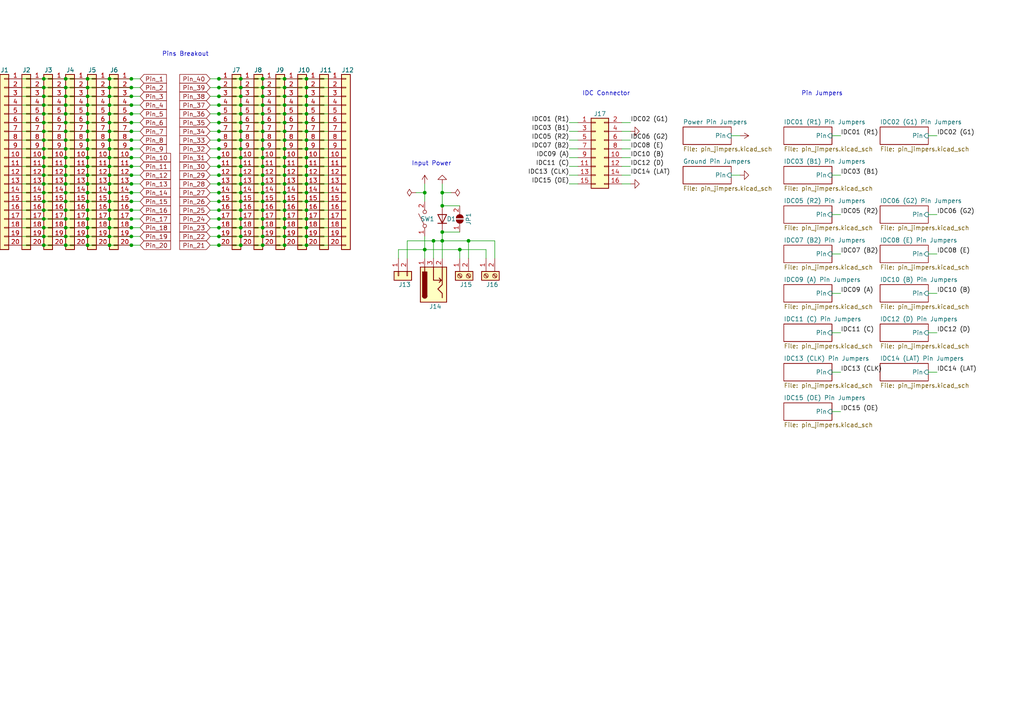
<source format=kicad_sch>
(kicad_sch (version 20221206) (generator eeschema)
  (paper "A4")
  (lib_symbols
    (symbol "Connector:Barrel_Jack_Switch" (pin_names hide)
      (property "Reference" "J" (at 0 5.334 0))
      (property "Value" "Barrel_Jack_Switch" (at 0 -5.08 0))
      (symbol "Barrel_Jack_Switch_0_1"
        (rectangle (start -5.08 3.81) (end 5.08 -3.81) (stroke (width 0.254)) (fill (type background)))
        (arc (start -3.302 3.175) (mid -3.9343 2.54) (end -3.302 1.905) (stroke (width 0.254)))
        (arc (start -3.302 3.175) (mid -3.9343 2.54) (end -3.302 1.905) (stroke (width 0.254)) (fill (type outline)))
        (polyline (pts (xy 1.27 -2.286) (xy 1.905 -1.651)) (stroke (width 0.254)))
        (polyline (pts (xy 5.08 2.54) (xy 3.81 2.54)) (stroke (width 0.254)))
        (polyline (pts (xy 5.08 0) (xy 1.27 0) (xy 1.27 -2.286) (xy 0.635 -1.651)) (stroke (width 0.254)))
        (polyline (pts (xy -3.81 -2.54) (xy -2.54 -2.54) (xy -1.27 -1.27) (xy 0 -2.54) (xy 2.54 -2.54) (xy 5.08 -2.54)) (stroke (width 0.254)))
        (rectangle (start 3.683 3.175) (end -3.302 1.905) (stroke (width 0.254)) (fill (type outline)))
      )
      (symbol "Barrel_Jack_Switch_1_1"
        (pin passive line (at 7.62 2.54 180) (length 2.54) (name "~") (number "1"))
        (pin passive line (at 7.62 -2.54 180) (length 2.54) (name "~") (number "2"))
        (pin passive line (at 7.62 0 180) (length 2.54) (name "~") (number "3"))
      )
    )
    (symbol "Connector:Screw_Terminal_01x02" (pin_names (offset 1.016) hide)
      (property "Reference" "J" (at 0 2.54 0))
      (property "Value" "Screw_Terminal_01x02" (at 0 -5.08 0))
      (symbol "Screw_Terminal_01x02_1_1"
        (rectangle (start -1.27 1.27) (end 1.27 -3.81) (stroke (width 0.254)) (fill (type background)))
        (circle (center 0 -2.54) (radius 0.635) (stroke (width 0.1524)))
        (polyline (pts (xy -0.5334 -2.2098) (xy 0.3302 -3.048)) (stroke (width 0.1524)))
        (polyline (pts (xy -0.5334 0.3302) (xy 0.3302 -0.508)) (stroke (width 0.1524)))
        (polyline (pts (xy -0.3556 -2.032) (xy 0.508 -2.8702)) (stroke (width 0.1524)))
        (polyline (pts (xy -0.3556 0.508) (xy 0.508 -0.3302)) (stroke (width 0.1524)))
        (circle (center 0 0) (radius 0.635) (stroke (width 0.1524)))
        (pin passive line (at -5.08 0 0) (length 3.81) (name "Pin_1") (number "1"))
        (pin passive line (at -5.08 -2.54 0) (length 3.81) (name "Pin_2") (number "2"))
      )
    )
    (symbol "Connector_Generic:Conn_01x02" (pin_names (offset 1.016) hide)
      (property "Reference" "J" (at 0 2.54 0))
      (property "Value" "Conn_01x02" (at 0 -5.08 0))
      (symbol "Conn_01x02_1_1"
        (rectangle (start -1.27 -2.413) (end 0 -2.667) (stroke (width 0.1524)))
        (rectangle (start -1.27 0.127) (end 0 -0.127) (stroke (width 0.1524)))
        (rectangle (start -1.27 1.27) (end 1.27 -3.81) (stroke (width 0.254)) (fill (type background)))
        (pin passive line (at -5.08 0 0) (length 3.81) (name "Pin_1") (number "1"))
        (pin passive line (at -5.08 -2.54 0) (length 3.81) (name "Pin_2") (number "2"))
      )
    )
    (symbol "Connector_Generic:Conn_01x20" (pin_names (offset 1.016) hide)
      (property "Reference" "J" (at 0 25.4 0))
      (property "Value" "Conn_01x20" (at 0 -27.94 0))
      (symbol "Conn_01x20_1_1"
        (rectangle (start -1.27 -25.273) (end 0 -25.527) (stroke (width 0.1524)))
        (rectangle (start -1.27 -22.733) (end 0 -22.987) (stroke (width 0.1524)))
        (rectangle (start -1.27 -20.193) (end 0 -20.447) (stroke (width 0.1524)))
        (rectangle (start -1.27 -17.653) (end 0 -17.907) (stroke (width 0.1524)))
        (rectangle (start -1.27 -15.113) (end 0 -15.367) (stroke (width 0.1524)))
        (rectangle (start -1.27 -12.573) (end 0 -12.827) (stroke (width 0.1524)))
        (rectangle (start -1.27 -10.033) (end 0 -10.287) (stroke (width 0.1524)))
        (rectangle (start -1.27 -7.493) (end 0 -7.747) (stroke (width 0.1524)))
        (rectangle (start -1.27 -4.953) (end 0 -5.207) (stroke (width 0.1524)))
        (rectangle (start -1.27 -2.413) (end 0 -2.667) (stroke (width 0.1524)))
        (rectangle (start -1.27 0.127) (end 0 -0.127) (stroke (width 0.1524)))
        (rectangle (start -1.27 2.667) (end 0 2.413) (stroke (width 0.1524)))
        (rectangle (start -1.27 5.207) (end 0 4.953) (stroke (width 0.1524)))
        (rectangle (start -1.27 7.747) (end 0 7.493) (stroke (width 0.1524)))
        (rectangle (start -1.27 10.287) (end 0 10.033) (stroke (width 0.1524)))
        (rectangle (start -1.27 12.827) (end 0 12.573) (stroke (width 0.1524)))
        (rectangle (start -1.27 15.367) (end 0 15.113) (stroke (width 0.1524)))
        (rectangle (start -1.27 17.907) (end 0 17.653) (stroke (width 0.1524)))
        (rectangle (start -1.27 20.447) (end 0 20.193) (stroke (width 0.1524)))
        (rectangle (start -1.27 22.987) (end 0 22.733) (stroke (width 0.1524)))
        (rectangle (start -1.27 24.13) (end 1.27 -26.67) (stroke (width 0.254)) (fill (type background)))
        (pin passive line (at -5.08 22.86 0) (length 3.81) (name "Pin_1") (number "1"))
        (pin passive line (at -5.08 0 0) (length 3.81) (name "Pin_10") (number "10"))
        (pin passive line (at -5.08 -2.54 0) (length 3.81) (name "Pin_11") (number "11"))
        (pin passive line (at -5.08 -5.08 0) (length 3.81) (name "Pin_12") (number "12"))
        (pin passive line (at -5.08 -7.62 0) (length 3.81) (name "Pin_13") (number "13"))
        (pin passive line (at -5.08 -10.16 0) (length 3.81) (name "Pin_14") (number "14"))
        (pin passive line (at -5.08 -12.7 0) (length 3.81) (name "Pin_15") (number "15"))
        (pin passive line (at -5.08 -15.24 0) (length 3.81) (name "Pin_16") (number "16"))
        (pin passive line (at -5.08 -17.78 0) (length 3.81) (name "Pin_17") (number "17"))
        (pin passive line (at -5.08 -20.32 0) (length 3.81) (name "Pin_18") (number "18"))
        (pin passive line (at -5.08 -22.86 0) (length 3.81) (name "Pin_19") (number "19"))
        (pin passive line (at -5.08 20.32 0) (length 3.81) (name "Pin_2") (number "2"))
        (pin passive line (at -5.08 -25.4 0) (length 3.81) (name "Pin_20") (number "20"))
        (pin passive line (at -5.08 17.78 0) (length 3.81) (name "Pin_3") (number "3"))
        (pin passive line (at -5.08 15.24 0) (length 3.81) (name "Pin_4") (number "4"))
        (pin passive line (at -5.08 12.7 0) (length 3.81) (name "Pin_5") (number "5"))
        (pin passive line (at -5.08 10.16 0) (length 3.81) (name "Pin_6") (number "6"))
        (pin passive line (at -5.08 7.62 0) (length 3.81) (name "Pin_7") (number "7"))
        (pin passive line (at -5.08 5.08 0) (length 3.81) (name "Pin_8") (number "8"))
        (pin passive line (at -5.08 2.54 0) (length 3.81) (name "Pin_9") (number "9"))
      )
    )
    (symbol "Connector_Generic:Conn_02x08_Odd_Even" (pin_names (offset 1.016) hide)
      (property "Reference" "J" (at 1.27 10.16 0))
      (property "Value" "Conn_02x08_Odd_Even" (at 1.27 -12.7 0))
      (symbol "Conn_02x08_Odd_Even_1_1"
        (rectangle (start -1.27 -10.033) (end 0 -10.287) (stroke (width 0.1524)))
        (rectangle (start -1.27 -7.493) (end 0 -7.747) (stroke (width 0.1524)))
        (rectangle (start -1.27 -4.953) (end 0 -5.207) (stroke (width 0.1524)))
        (rectangle (start -1.27 -2.413) (end 0 -2.667) (stroke (width 0.1524)))
        (rectangle (start -1.27 0.127) (end 0 -0.127) (stroke (width 0.1524)))
        (rectangle (start -1.27 2.667) (end 0 2.413) (stroke (width 0.1524)))
        (rectangle (start -1.27 5.207) (end 0 4.953) (stroke (width 0.1524)))
        (rectangle (start -1.27 7.747) (end 0 7.493) (stroke (width 0.1524)))
        (rectangle (start -1.27 8.89) (end 3.81 -11.43) (stroke (width 0.254)) (fill (type background)))
        (rectangle (start 3.81 -10.033) (end 2.54 -10.287) (stroke (width 0.1524)))
        (rectangle (start 3.81 -7.493) (end 2.54 -7.747) (stroke (width 0.1524)))
        (rectangle (start 3.81 -4.953) (end 2.54 -5.207) (stroke (width 0.1524)))
        (rectangle (start 3.81 -2.413) (end 2.54 -2.667) (stroke (width 0.1524)))
        (rectangle (start 3.81 0.127) (end 2.54 -0.127) (stroke (width 0.1524)))
        (rectangle (start 3.81 2.667) (end 2.54 2.413) (stroke (width 0.1524)))
        (rectangle (start 3.81 5.207) (end 2.54 4.953) (stroke (width 0.1524)))
        (rectangle (start 3.81 7.747) (end 2.54 7.493) (stroke (width 0.1524)))
        (pin passive line (at -5.08 7.62 0) (length 3.81) (name "Pin_1") (number "1"))
        (pin passive line (at 7.62 -2.54 180) (length 3.81) (name "Pin_10") (number "10"))
        (pin passive line (at -5.08 -5.08 0) (length 3.81) (name "Pin_11") (number "11"))
        (pin passive line (at 7.62 -5.08 180) (length 3.81) (name "Pin_12") (number "12"))
        (pin passive line (at -5.08 -7.62 0) (length 3.81) (name "Pin_13") (number "13"))
        (pin passive line (at 7.62 -7.62 180) (length 3.81) (name "Pin_14") (number "14"))
        (pin passive line (at -5.08 -10.16 0) (length 3.81) (name "Pin_15") (number "15"))
        (pin passive line (at 7.62 -10.16 180) (length 3.81) (name "Pin_16") (number "16"))
        (pin passive line (at 7.62 7.62 180) (length 3.81) (name "Pin_2") (number "2"))
        (pin passive line (at -5.08 5.08 0) (length 3.81) (name "Pin_3") (number "3"))
        (pin passive line (at 7.62 5.08 180) (length 3.81) (name "Pin_4") (number "4"))
        (pin passive line (at -5.08 2.54 0) (length 3.81) (name "Pin_5") (number "5"))
        (pin passive line (at 7.62 2.54 180) (length 3.81) (name "Pin_6") (number "6"))
        (pin passive line (at -5.08 0 0) (length 3.81) (name "Pin_7") (number "7"))
        (pin passive line (at 7.62 0 180) (length 3.81) (name "Pin_8") (number "8"))
        (pin passive line (at -5.08 -2.54 0) (length 3.81) (name "Pin_9") (number "9"))
      )
    )
    (symbol "Device:D" (pin_numbers hide) (pin_names (offset 1.016) hide)
      (property "Reference" "D" (at 0 2.54 0))
      (property "Value" "D" (at 0 -2.54 0))
      (symbol "D_0_1"
        (polyline (pts (xy -1.27 1.27) (xy -1.27 -1.27)) (stroke (width 0.254)))
        (polyline (pts (xy 1.27 0) (xy -1.27 0)))
        (polyline (pts (xy 1.27 1.27) (xy 1.27 -1.27) (xy -1.27 0) (xy 1.27 1.27)) (stroke (width 0.254)))
      )
      (symbol "D_1_1"
        (pin passive line (at -3.81 0 0) (length 2.54) (name "K") (number "1"))
        (pin passive line (at 3.81 0 180) (length 2.54) (name "A") (number "2"))
      )
    )
    (symbol "Jumper:SolderJumper_2_Open" (pin_names (offset 0) hide)
      (property "Reference" "JP" (at 0 2.032 0))
      (property "Value" "SolderJumper_2_Open" (at 0 -2.54 0))
      (symbol "SolderJumper_2_Open_0_1"
        (arc (start -0.254 1.016) (mid -1.2656 0) (end -0.254 -1.016))
        (arc (start -0.254 1.016) (mid -1.2656 0) (end -0.254 -1.016) (fill (type outline)))
        (polyline (pts (xy -0.254 1.016) (xy -0.254 -1.016)))
        (polyline (pts (xy 0.254 1.016) (xy 0.254 -1.016)))
        (arc (start 0.254 -1.016) (mid 1.2656 0) (end 0.254 1.016))
        (arc (start 0.254 -1.016) (mid 1.2656 0) (end 0.254 1.016) (fill (type outline)))
      )
      (symbol "SolderJumper_2_Open_1_1"
        (pin passive line (at -3.81 0 0) (length 2.54) (name "A") (number "1"))
        (pin passive line (at 3.81 0 180) (length 2.54) (name "B") (number "2"))
      )
    )
    (symbol "Switch:SW_SPST" (pin_names (offset 0) hide)
      (property "Reference" "SW" (at 0 3.175 0))
      (property "Value" "SW_SPST" (at 0 -2.54 0))
      (symbol "SW_SPST_0_0"
        (circle (center -2.032 0) (radius 0.508))
        (polyline (pts (xy -1.524 0.254) (xy 1.524 1.778)))
        (circle (center 2.032 0) (radius 0.508))
      )
      (symbol "SW_SPST_1_1"
        (pin passive line (at -5.08 0 0) (length 2.54) (name "A") (number "1"))
        (pin passive line (at 5.08 0 180) (length 2.54) (name "B") (number "2"))
      )
    )
    (symbol "power:GND" (power) (pin_names (offset 0))
      (property "Value" "GND" (at 0 -3.81 0))
      (symbol "GND_0_1"
        (polyline (pts (xy 0 0) (xy 0 -1.27) (xy 1.27 -1.27) (xy 0 -2.54) (xy -1.27 -1.27) (xy 0 -1.27)))
      )
      (symbol "GND_1_1"
        (pin power_in line (at 0 0 270) (length 0) hide (name "GND") (number "1"))
      )
    )
    (symbol "power:PWR_FLAG" (power) (pin_numbers hide) (pin_names (offset 0) hide)
      (property "Value" "PWR_FLAG" (at 0 3.81 0))
      (symbol "PWR_FLAG_0_0"
        (pin power_out line (at 0 0 90) (length 0) (name "pwr") (number "1"))
      )
      (symbol "PWR_FLAG_0_1"
        (polyline (pts (xy 0 0) (xy 0 1.27) (xy -1.016 1.905) (xy 0 2.54) (xy 1.016 1.905) (xy 0 1.27)))
      )
    )
    (symbol "power:VCC" (power) (pin_names (offset 0))
      (property "Value" "VCC" (at 0 3.81 0))
      (symbol "VCC_0_1"
        (polyline (pts (xy -0.762 1.27) (xy 0 2.54)))
        (polyline (pts (xy 0 0) (xy 0 2.54)))
        (polyline (pts (xy 0 2.54) (xy 0.762 1.27)))
      )
      (symbol "VCC_1_1"
        (pin power_in line (at 0 0 90) (length 0) hide (name "VCC") (number "1"))
      )
    )
  )
  (junction (at 88.9 50.8))
  (junction (at 88.9 66.04))
  (junction (at 88.9 35.56))
  (junction (at 63.5 45.72))
  (junction (at 19.05 35.56))
  (junction (at 69.85 40.64))
  (junction (at 19.05 27.94))
  (junction (at 69.85 68.58))
  (junction (at 63.5 43.18))
  (junction (at 12.7 22.86))
  (junction (at 38.1 53.34))
  (junction (at 76.2 27.94))
  (junction (at 63.5 27.94))
  (junction (at 38.1 45.72))
  (junction (at 19.05 53.34))
  (junction (at 31.75 45.72))
  (junction (at 88.9 63.5))
  (junction (at 125.73 69.85))
  (junction (at 63.5 53.34))
  (junction (at 25.4 25.4))
  (junction (at 19.05 68.58))
  (junction (at 63.5 40.64))
  (junction (at 12.7 60.96))
  (junction (at 76.2 35.56))
  (junction (at 82.55 50.8))
  (junction (at 69.85 45.72))
  (junction (at 69.85 35.56))
  (junction (at 31.75 33.02))
  (junction (at 12.7 53.34))
  (junction (at 12.7 30.48))
  (junction (at 38.1 43.18))
  (junction (at 88.9 27.94))
  (junction (at 12.7 33.02))
  (junction (at 63.5 63.5))
  (junction (at 63.5 48.26))
  (junction (at 25.4 45.72))
  (junction (at 38.1 22.86))
  (junction (at 76.2 55.88))
  (junction (at 135.89 69.85))
  (junction (at 69.85 27.94))
  (junction (at 128.27 55.88))
  (junction (at 63.5 55.88))
  (junction (at 88.9 71.12))
  (junction (at 82.55 30.48))
  (junction (at 88.9 25.4))
  (junction (at 25.4 60.96))
  (junction (at 31.75 53.34))
  (junction (at 25.4 43.18))
  (junction (at 31.75 71.12))
  (junction (at 63.5 60.96))
  (junction (at 82.55 38.1))
  (junction (at 76.2 45.72))
  (junction (at 63.5 38.1))
  (junction (at 88.9 68.58))
  (junction (at 76.2 48.26))
  (junction (at 69.85 55.88))
  (junction (at 76.2 63.5))
  (junction (at 31.75 22.86))
  (junction (at 25.4 27.94))
  (junction (at 63.5 30.48))
  (junction (at 76.2 50.8))
  (junction (at 63.5 50.8))
  (junction (at 25.4 33.02))
  (junction (at 63.5 68.58))
  (junction (at 19.05 66.04))
  (junction (at 38.1 38.1))
  (junction (at 69.85 30.48))
  (junction (at 25.4 63.5))
  (junction (at 69.85 22.86))
  (junction (at 38.1 25.4))
  (junction (at 31.75 60.96))
  (junction (at 38.1 68.58))
  (junction (at 63.5 58.42))
  (junction (at 38.1 60.96))
  (junction (at 31.75 30.48))
  (junction (at 76.2 66.04))
  (junction (at 31.75 25.4))
  (junction (at 38.1 48.26))
  (junction (at 38.1 66.04))
  (junction (at 31.75 58.42))
  (junction (at 76.2 22.86))
  (junction (at 76.2 40.64))
  (junction (at 82.55 63.5))
  (junction (at 63.5 22.86))
  (junction (at 69.85 38.1))
  (junction (at 69.85 71.12))
  (junction (at 82.55 40.64))
  (junction (at 25.4 48.26))
  (junction (at 82.55 35.56))
  (junction (at 19.05 71.12))
  (junction (at 82.55 43.18))
  (junction (at 12.7 43.18))
  (junction (at 25.4 53.34))
  (junction (at 19.05 48.26))
  (junction (at 88.9 30.48))
  (junction (at 82.55 55.88))
  (junction (at 82.55 48.26))
  (junction (at 128.27 67.31))
  (junction (at 69.85 48.26))
  (junction (at 69.85 66.04))
  (junction (at 76.2 25.4))
  (junction (at 88.9 45.72))
  (junction (at 63.5 33.02))
  (junction (at 76.2 71.12))
  (junction (at 38.1 33.02))
  (junction (at 19.05 60.96))
  (junction (at 12.7 55.88))
  (junction (at 82.55 60.96))
  (junction (at 31.75 66.04))
  (junction (at 88.9 53.34))
  (junction (at 31.75 35.56))
  (junction (at 31.75 55.88))
  (junction (at 25.4 35.56))
  (junction (at 19.05 43.18))
  (junction (at 25.4 71.12))
  (junction (at 88.9 40.64))
  (junction (at 76.2 53.34))
  (junction (at 25.4 22.86))
  (junction (at 69.85 60.96))
  (junction (at 82.55 71.12))
  (junction (at 38.1 30.48))
  (junction (at 38.1 27.94))
  (junction (at 31.75 48.26))
  (junction (at 19.05 22.86))
  (junction (at 76.2 60.96))
  (junction (at 88.9 33.02))
  (junction (at 69.85 63.5))
  (junction (at 19.05 63.5))
  (junction (at 12.7 58.42))
  (junction (at 82.55 66.04))
  (junction (at 31.75 50.8))
  (junction (at 88.9 22.86))
  (junction (at 76.2 30.48))
  (junction (at 31.75 40.64))
  (junction (at 133.35 72.39))
  (junction (at 88.9 55.88))
  (junction (at 38.1 63.5))
  (junction (at 31.75 43.18))
  (junction (at 82.55 45.72))
  (junction (at 19.05 58.42))
  (junction (at 63.5 25.4))
  (junction (at 128.27 59.69))
  (junction (at 12.7 66.04))
  (junction (at 82.55 68.58))
  (junction (at 38.1 55.88))
  (junction (at 19.05 38.1))
  (junction (at 82.55 25.4))
  (junction (at 76.2 43.18))
  (junction (at 12.7 71.12))
  (junction (at 31.75 38.1))
  (junction (at 69.85 53.34))
  (junction (at 88.9 43.18))
  (junction (at 12.7 45.72))
  (junction (at 12.7 35.56))
  (junction (at 88.9 38.1))
  (junction (at 12.7 48.26))
  (junction (at 128.27 69.85))
  (junction (at 19.05 33.02))
  (junction (at 38.1 58.42))
  (junction (at 31.75 27.94))
  (junction (at 19.05 40.64))
  (junction (at 63.5 71.12))
  (junction (at 76.2 38.1))
  (junction (at 19.05 45.72))
  (junction (at 25.4 68.58))
  (junction (at 12.7 27.94))
  (junction (at 69.85 25.4))
  (junction (at 19.05 25.4))
  (junction (at 123.19 55.88))
  (junction (at 63.5 35.56))
  (junction (at 82.55 33.02))
  (junction (at 25.4 66.04))
  (junction (at 12.7 38.1))
  (junction (at 38.1 35.56))
  (junction (at 12.7 50.8))
  (junction (at 12.7 63.5))
  (junction (at 38.1 40.64))
  (junction (at 63.5 66.04))
  (junction (at 76.2 68.58))
  (junction (at 69.85 58.42))
  (junction (at 82.55 53.34))
  (junction (at 82.55 58.42))
  (junction (at 12.7 25.4))
  (junction (at 31.75 63.5))
  (junction (at 69.85 33.02))
  (junction (at 25.4 38.1))
  (junction (at 25.4 55.88))
  (junction (at 69.85 50.8))
  (junction (at 25.4 40.64))
  (junction (at 76.2 58.42))
  (junction (at 88.9 48.26))
  (junction (at 82.55 27.94))
  (junction (at 25.4 30.48))
  (junction (at 19.05 55.88))
  (junction (at 19.05 30.48))
  (junction (at 123.19 72.39))
  (junction (at 38.1 71.12))
  (junction (at 25.4 50.8))
  (junction (at 25.4 58.42))
  (junction (at 76.2 33.02))
  (junction (at 69.85 43.18))
  (junction (at 82.55 22.86))
  (junction (at 12.7 40.64))
  (junction (at 38.1 50.8))
  (junction (at 88.9 60.96))
  (junction (at 19.05 50.8))
  (junction (at 88.9 58.42))
  (junction (at 12.7 68.58))
  (junction (at 31.75 68.58))
  (wire (pts (xy 60.96 60.96) (xy 63.5 60.96)))
  (wire (pts (xy 69.85 53.34) (xy 63.5 53.34)))
  (wire (pts (xy 125.73 69.85) (xy 128.27 69.85)))
  (wire (pts (xy 69.85 40.64) (xy 63.5 40.64)))
  (wire (pts (xy 76.2 66.04) (xy 82.55 66.04)))
  (wire (pts (xy 82.55 22.86) (xy 88.9 22.86)))
  (wire (pts (xy 69.85 66.04) (xy 63.5 66.04)))
  (wire (pts (xy 241.3 39.37) (xy 243.84 39.37)))
  (wire (pts (xy 76.2 30.48) (xy 82.55 30.48)))
  (wire (pts (xy 60.96 55.88) (xy 63.5 55.88)))
  (wire (pts (xy 6.35 55.88) (xy 12.7 55.88)))
  (wire (pts (xy 133.35 72.39) (xy 140.97 72.39)))
  (wire (pts (xy 82.55 55.88) (xy 88.9 55.88)))
  (wire (pts (xy 118.11 74.93) (xy 118.11 69.85)))
  (wire (pts (xy 6.35 27.94) (xy 12.7 27.94)))
  (wire (pts (xy 31.75 55.88) (xy 38.1 55.88)))
  (wire (pts (xy 241.3 62.23) (xy 243.84 62.23)))
  (wire (pts (xy 76.2 48.26) (xy 82.55 48.26)))
  (wire (pts (xy 165.1 53.34) (xy 167.64 53.34)))
  (wire (pts (xy 25.4 60.96) (xy 19.05 60.96)))
  (wire (pts (xy 25.4 71.12) (xy 31.75 71.12)))
  (wire (pts (xy 19.05 63.5) (xy 12.7 63.5)))
  (wire (pts (xy 25.4 45.72) (xy 31.75 45.72)))
  (wire (pts (xy 25.4 55.88) (xy 19.05 55.88)))
  (wire (pts (xy 95.25 58.42) (xy 88.9 58.42)))
  (wire (pts (xy 241.3 96.52) (xy 243.84 96.52)))
  (wire (pts (xy 269.24 107.95) (xy 271.78 107.95)))
  (wire (pts (xy 182.88 53.34) (xy 180.34 53.34)))
  (wire (pts (xy 128.27 55.88) (xy 128.27 59.69)))
  (wire (pts (xy 123.19 55.88) (xy 123.19 58.42)))
  (wire (pts (xy 25.4 50.8) (xy 31.75 50.8)))
  (wire (pts (xy 165.1 38.1) (xy 167.64 38.1)))
  (wire (pts (xy 95.25 63.5) (xy 88.9 63.5)))
  (wire (pts (xy 182.88 40.64) (xy 180.34 40.64)))
  (wire (pts (xy 95.25 33.02) (xy 88.9 33.02)))
  (wire (pts (xy 25.4 33.02) (xy 19.05 33.02)))
  (wire (pts (xy 82.55 71.12) (xy 88.9 71.12)))
  (wire (pts (xy 31.75 63.5) (xy 38.1 63.5)))
  (wire (pts (xy 95.25 43.18) (xy 88.9 43.18)))
  (wire (pts (xy 69.85 43.18) (xy 76.2 43.18)))
  (wire (pts (xy 182.88 35.56) (xy 180.34 35.56)))
  (wire (pts (xy 19.05 22.86) (xy 12.7 22.86)))
  (wire (pts (xy 25.4 40.64) (xy 31.75 40.64)))
  (wire (pts (xy 241.3 107.95) (xy 243.84 107.95)))
  (wire (pts (xy 25.4 66.04) (xy 19.05 66.04)))
  (wire (pts (xy 95.25 68.58) (xy 88.9 68.58)))
  (wire (pts (xy 128.27 67.31) (xy 133.35 67.31)))
  (wire (pts (xy 182.88 43.18) (xy 180.34 43.18)))
  (wire (pts (xy 38.1 53.34) (xy 40.64 53.34)))
  (wire (pts (xy 6.35 58.42) (xy 12.7 58.42)))
  (wire (pts (xy 25.4 71.12) (xy 19.05 71.12)))
  (wire (pts (xy 82.55 53.34) (xy 88.9 53.34)))
  (wire (pts (xy 6.35 50.8) (xy 12.7 50.8)))
  (wire (pts (xy 25.4 58.42) (xy 31.75 58.42)))
  (wire (pts (xy 69.85 22.86) (xy 76.2 22.86)))
  (wire (pts (xy 69.85 33.02) (xy 63.5 33.02)))
  (wire (pts (xy 38.1 35.56) (xy 40.64 35.56)))
  (wire (pts (xy 212.09 50.8) (xy 214.63 50.8)))
  (wire (pts (xy 38.1 68.58) (xy 40.64 68.58)))
  (wire (pts (xy 69.85 48.26) (xy 76.2 48.26)))
  (wire (pts (xy 38.1 25.4) (xy 40.64 25.4)))
  (wire (pts (xy 69.85 38.1) (xy 76.2 38.1)))
  (wire (pts (xy 60.96 45.72) (xy 63.5 45.72)))
  (wire (pts (xy 133.35 74.93) (xy 133.35 72.39)))
  (wire (pts (xy 25.4 43.18) (xy 31.75 43.18)))
  (wire (pts (xy 38.1 50.8) (xy 40.64 50.8)))
  (wire (pts (xy 95.25 25.4) (xy 88.9 25.4)))
  (wire (pts (xy 82.55 60.96) (xy 88.9 60.96)))
  (wire (pts (xy 38.1 48.26) (xy 40.64 48.26)))
  (wire (pts (xy 19.05 33.02) (xy 12.7 33.02)))
  (wire (pts (xy 69.85 38.1) (xy 63.5 38.1)))
  (wire (pts (xy 38.1 58.42) (xy 40.64 58.42)))
  (wire (pts (xy 76.2 40.64) (xy 82.55 40.64)))
  (wire (pts (xy 60.96 25.4) (xy 63.5 25.4)))
  (wire (pts (xy 115.57 74.93) (xy 115.57 72.39)))
  (wire (pts (xy 182.88 38.1) (xy 180.34 38.1)))
  (wire (pts (xy 25.4 50.8) (xy 19.05 50.8)))
  (wire (pts (xy 130.81 55.88) (xy 128.27 55.88)))
  (wire (pts (xy 25.4 68.58) (xy 31.75 68.58)))
  (wire (pts (xy 19.05 45.72) (xy 12.7 45.72)))
  (wire (pts (xy 82.55 50.8) (xy 88.9 50.8)))
  (wire (pts (xy 135.89 69.85) (xy 143.51 69.85)))
  (wire (pts (xy 69.85 63.5) (xy 76.2 63.5)))
  (wire (pts (xy 6.35 40.64) (xy 12.7 40.64)))
  (wire (pts (xy 31.75 35.56) (xy 38.1 35.56)))
  (wire (pts (xy 19.05 27.94) (xy 12.7 27.94)))
  (wire (pts (xy 82.55 40.64) (xy 88.9 40.64)))
  (wire (pts (xy 25.4 48.26) (xy 31.75 48.26)))
  (wire (pts (xy 82.55 33.02) (xy 88.9 33.02)))
  (wire (pts (xy 25.4 33.02) (xy 31.75 33.02)))
  (wire (pts (xy 82.55 25.4) (xy 88.9 25.4)))
  (wire (pts (xy 60.96 33.02) (xy 63.5 33.02)))
  (wire (pts (xy 31.75 45.72) (xy 38.1 45.72)))
  (wire (pts (xy 38.1 45.72) (xy 40.64 45.72)))
  (wire (pts (xy 82.55 58.42) (xy 88.9 58.42)))
  (wire (pts (xy 76.2 35.56) (xy 82.55 35.56)))
  (wire (pts (xy 6.35 35.56) (xy 12.7 35.56)))
  (wire (pts (xy 60.96 68.58) (xy 63.5 68.58)))
  (wire (pts (xy 19.05 38.1) (xy 12.7 38.1)))
  (wire (pts (xy 19.05 68.58) (xy 12.7 68.58)))
  (wire (pts (xy 6.35 63.5) (xy 12.7 63.5)))
  (wire (pts (xy 76.2 38.1) (xy 82.55 38.1)))
  (wire (pts (xy 25.4 48.26) (xy 19.05 48.26)))
  (wire (pts (xy 69.85 40.64) (xy 76.2 40.64)))
  (wire (pts (xy 95.25 60.96) (xy 88.9 60.96)))
  (wire (pts (xy 69.85 33.02) (xy 76.2 33.02)))
  (wire (pts (xy 25.4 66.04) (xy 31.75 66.04)))
  (wire (pts (xy 128.27 59.69) (xy 133.35 59.69)))
  (wire (pts (xy 19.05 30.48) (xy 12.7 30.48)))
  (wire (pts (xy 31.75 30.48) (xy 38.1 30.48)))
  (wire (pts (xy 69.85 71.12) (xy 76.2 71.12)))
  (wire (pts (xy 60.96 27.94) (xy 63.5 27.94)))
  (wire (pts (xy 25.4 30.48) (xy 31.75 30.48)))
  (wire (pts (xy 25.4 45.72) (xy 19.05 45.72)))
  (wire (pts (xy 241.3 50.8) (xy 243.84 50.8)))
  (wire (pts (xy 165.1 48.26) (xy 167.64 48.26)))
  (wire (pts (xy 19.05 35.56) (xy 12.7 35.56)))
  (wire (pts (xy 31.75 58.42) (xy 38.1 58.42)))
  (wire (pts (xy 76.2 50.8) (xy 82.55 50.8)))
  (wire (pts (xy 69.85 25.4) (xy 76.2 25.4)))
  (wire (pts (xy 165.1 35.56) (xy 167.64 35.56)))
  (wire (pts (xy 95.25 55.88) (xy 88.9 55.88)))
  (wire (pts (xy 6.35 68.58) (xy 12.7 68.58)))
  (wire (pts (xy 123.19 53.34) (xy 123.19 55.88)))
  (wire (pts (xy 135.89 69.85) (xy 128.27 69.85)))
  (wire (pts (xy 69.85 66.04) (xy 76.2 66.04)))
  (wire (pts (xy 25.4 43.18) (xy 19.05 43.18)))
  (wire (pts (xy 25.4 27.94) (xy 31.75 27.94)))
  (wire (pts (xy 69.85 55.88) (xy 63.5 55.88)))
  (wire (pts (xy 69.85 68.58) (xy 63.5 68.58)))
  (wire (pts (xy 25.4 53.34) (xy 19.05 53.34)))
  (wire (pts (xy 25.4 68.58) (xy 19.05 68.58)))
  (wire (pts (xy 19.05 53.34) (xy 12.7 53.34)))
  (wire (pts (xy 69.85 63.5) (xy 63.5 63.5)))
  (wire (pts (xy 69.85 30.48) (xy 63.5 30.48)))
  (wire (pts (xy 82.55 66.04) (xy 88.9 66.04)))
  (wire (pts (xy 31.75 48.26) (xy 38.1 48.26)))
  (wire (pts (xy 269.24 96.52) (xy 271.78 96.52)))
  (wire (pts (xy 31.75 68.58) (xy 38.1 68.58)))
  (wire (pts (xy 135.89 74.93) (xy 135.89 69.85)))
  (wire (pts (xy 76.2 25.4) (xy 82.55 25.4)))
  (wire (pts (xy 38.1 60.96) (xy 40.64 60.96)))
  (wire (pts (xy 6.35 25.4) (xy 12.7 25.4)))
  (wire (pts (xy 95.25 22.86) (xy 88.9 22.86)))
  (wire (pts (xy 123.19 68.58) (xy 123.19 72.39)))
  (wire (pts (xy 69.85 45.72) (xy 63.5 45.72)))
  (wire (pts (xy 19.05 40.64) (xy 12.7 40.64)))
  (wire (pts (xy 69.85 27.94) (xy 63.5 27.94)))
  (wire (pts (xy 6.35 33.02) (xy 12.7 33.02)))
  (wire (pts (xy 31.75 50.8) (xy 38.1 50.8)))
  (wire (pts (xy 31.75 43.18) (xy 38.1 43.18)))
  (wire (pts (xy 82.55 43.18) (xy 88.9 43.18)))
  (wire (pts (xy 60.96 58.42) (xy 63.5 58.42)))
  (wire (pts (xy 25.4 63.5) (xy 31.75 63.5)))
  (wire (pts (xy 38.1 30.48) (xy 40.64 30.48)))
  (wire (pts (xy 128.27 67.31) (xy 128.27 69.85)))
  (wire (pts (xy 6.35 38.1) (xy 12.7 38.1)))
  (wire (pts (xy 95.25 66.04) (xy 88.9 66.04)))
  (wire (pts (xy 69.85 53.34) (xy 76.2 53.34)))
  (wire (pts (xy 31.75 27.94) (xy 38.1 27.94)))
  (wire (pts (xy 95.25 71.12) (xy 88.9 71.12)))
  (wire (pts (xy 118.11 69.85) (xy 125.73 69.85)))
  (wire (pts (xy 69.85 58.42) (xy 76.2 58.42)))
  (wire (pts (xy 76.2 43.18) (xy 82.55 43.18)))
  (wire (pts (xy 25.4 58.42) (xy 19.05 58.42)))
  (wire (pts (xy 31.75 60.96) (xy 38.1 60.96)))
  (wire (pts (xy 143.51 69.85) (xy 143.51 74.93)))
  (wire (pts (xy 133.35 72.39) (xy 123.19 72.39)))
  (wire (pts (xy 6.35 60.96) (xy 12.7 60.96)))
  (wire (pts (xy 6.35 71.12) (xy 12.7 71.12)))
  (wire (pts (xy 82.55 63.5) (xy 88.9 63.5)))
  (wire (pts (xy 25.4 22.86) (xy 19.05 22.86)))
  (wire (pts (xy 60.96 30.48) (xy 63.5 30.48)))
  (wire (pts (xy 60.96 35.56) (xy 63.5 35.56)))
  (wire (pts (xy 269.24 85.09) (xy 271.78 85.09)))
  (wire (pts (xy 6.35 66.04) (xy 12.7 66.04)))
  (wire (pts (xy 69.85 60.96) (xy 76.2 60.96)))
  (wire (pts (xy 212.09 39.37) (xy 214.63 39.37)))
  (wire (pts (xy 19.05 43.18) (xy 12.7 43.18)))
  (wire (pts (xy 6.35 48.26) (xy 12.7 48.26)))
  (wire (pts (xy 95.25 27.94) (xy 88.9 27.94)))
  (wire (pts (xy 60.96 71.12) (xy 63.5 71.12)))
  (wire (pts (xy 69.85 35.56) (xy 76.2 35.56)))
  (wire (pts (xy 25.4 30.48) (xy 19.05 30.48)))
  (wire (pts (xy 25.4 25.4) (xy 31.75 25.4)))
  (wire (pts (xy 38.1 66.04) (xy 40.64 66.04)))
  (wire (pts (xy 76.2 68.58) (xy 82.55 68.58)))
  (wire (pts (xy 269.24 62.23) (xy 271.78 62.23)))
  (wire (pts (xy 69.85 68.58) (xy 76.2 68.58)))
  (wire (pts (xy 38.1 43.18) (xy 40.64 43.18)))
  (wire (pts (xy 69.85 71.12) (xy 63.5 71.12)))
  (wire (pts (xy 25.4 35.56) (xy 19.05 35.56)))
  (wire (pts (xy 25.4 25.4) (xy 19.05 25.4)))
  (wire (pts (xy 69.85 60.96) (xy 63.5 60.96)))
  (wire (pts (xy 19.05 66.04) (xy 12.7 66.04)))
  (wire (pts (xy 60.96 53.34) (xy 63.5 53.34)))
  (wire (pts (xy 69.85 25.4) (xy 63.5 25.4)))
  (wire (pts (xy 76.2 45.72) (xy 82.55 45.72)))
  (wire (pts (xy 82.55 68.58) (xy 88.9 68.58)))
  (wire (pts (xy 76.2 71.12) (xy 82.55 71.12)))
  (wire (pts (xy 25.4 22.86) (xy 31.75 22.86)))
  (wire (pts (xy 38.1 33.02) (xy 40.64 33.02)))
  (wire (pts (xy 76.2 60.96) (xy 82.55 60.96)))
  (wire (pts (xy 25.4 63.5) (xy 19.05 63.5)))
  (wire (pts (xy 76.2 55.88) (xy 82.55 55.88)))
  (wire (pts (xy 95.25 38.1) (xy 88.9 38.1)))
  (wire (pts (xy 19.05 48.26) (xy 12.7 48.26)))
  (wire (pts (xy 25.4 35.56) (xy 31.75 35.56)))
  (wire (pts (xy 123.19 72.39) (xy 123.19 74.93)))
  (wire (pts (xy 69.85 30.48) (xy 76.2 30.48)))
  (wire (pts (xy 31.75 66.04) (xy 38.1 66.04)))
  (wire (pts (xy 31.75 53.34) (xy 38.1 53.34)))
  (wire (pts (xy 76.2 53.34) (xy 82.55 53.34)))
  (wire (pts (xy 31.75 38.1) (xy 38.1 38.1)))
  (wire (pts (xy 241.3 119.38) (xy 243.84 119.38)))
  (wire (pts (xy 69.85 58.42) (xy 63.5 58.42)))
  (wire (pts (xy 31.75 33.02) (xy 38.1 33.02)))
  (wire (pts (xy 128.27 53.34) (xy 128.27 55.88)))
  (wire (pts (xy 31.75 25.4) (xy 38.1 25.4)))
  (wire (pts (xy 165.1 43.18) (xy 167.64 43.18)))
  (wire (pts (xy 25.4 53.34) (xy 31.75 53.34)))
  (wire (pts (xy 241.3 73.66) (xy 243.84 73.66)))
  (wire (pts (xy 31.75 71.12) (xy 38.1 71.12)))
  (wire (pts (xy 165.1 40.64) (xy 167.64 40.64)))
  (wire (pts (xy 82.55 45.72) (xy 88.9 45.72)))
  (wire (pts (xy 69.85 45.72) (xy 76.2 45.72)))
  (wire (pts (xy 19.05 58.42) (xy 12.7 58.42)))
  (wire (pts (xy 82.55 48.26) (xy 88.9 48.26)))
  (wire (pts (xy 241.3 85.09) (xy 243.84 85.09)))
  (wire (pts (xy 6.35 43.18) (xy 12.7 43.18)))
  (wire (pts (xy 6.35 30.48) (xy 12.7 30.48)))
  (wire (pts (xy 182.88 45.72) (xy 180.34 45.72)))
  (wire (pts (xy 165.1 45.72) (xy 167.64 45.72)))
  (wire (pts (xy 95.25 48.26) (xy 88.9 48.26)))
  (wire (pts (xy 76.2 22.86) (xy 82.55 22.86)))
  (wire (pts (xy 69.85 22.86) (xy 63.5 22.86)))
  (wire (pts (xy 25.4 38.1) (xy 19.05 38.1)))
  (wire (pts (xy 182.88 48.26) (xy 180.34 48.26)))
  (wire (pts (xy 69.85 27.94) (xy 76.2 27.94)))
  (wire (pts (xy 95.25 50.8) (xy 88.9 50.8)))
  (wire (pts (xy 115.57 72.39) (xy 123.19 72.39)))
  (wire (pts (xy 60.96 50.8) (xy 63.5 50.8)))
  (wire (pts (xy 69.85 50.8) (xy 63.5 50.8)))
  (wire (pts (xy 25.4 38.1) (xy 31.75 38.1)))
  (wire (pts (xy 31.75 40.64) (xy 38.1 40.64)))
  (wire (pts (xy 38.1 71.12) (xy 40.64 71.12)))
  (wire (pts (xy 76.2 63.5) (xy 82.55 63.5)))
  (wire (pts (xy 38.1 27.94) (xy 40.64 27.94)))
  (wire (pts (xy 125.73 69.85) (xy 125.73 74.93)))
  (wire (pts (xy 69.85 55.88) (xy 76.2 55.88)))
  (wire (pts (xy 69.85 43.18) (xy 63.5 43.18)))
  (wire (pts (xy 25.4 60.96) (xy 31.75 60.96)))
  (wire (pts (xy 19.05 25.4) (xy 12.7 25.4)))
  (wire (pts (xy 60.96 48.26) (xy 63.5 48.26)))
  (wire (pts (xy 82.55 30.48) (xy 88.9 30.48)))
  (wire (pts (xy 82.55 27.94) (xy 88.9 27.94)))
  (wire (pts (xy 128.27 69.85) (xy 128.27 74.93)))
  (wire (pts (xy 25.4 27.94) (xy 19.05 27.94)))
  (wire (pts (xy 95.25 53.34) (xy 88.9 53.34)))
  (wire (pts (xy 19.05 60.96) (xy 12.7 60.96)))
  (wire (pts (xy 140.97 74.93) (xy 140.97 72.39)))
  (wire (pts (xy 69.85 35.56) (xy 63.5 35.56)))
  (wire (pts (xy 269.24 73.66) (xy 271.78 73.66)))
  (wire (pts (xy 95.25 45.72) (xy 88.9 45.72)))
  (wire (pts (xy 60.96 38.1) (xy 63.5 38.1)))
  (wire (pts (xy 165.1 50.8) (xy 167.64 50.8)))
  (wire (pts (xy 60.96 66.04) (xy 63.5 66.04)))
  (wire (pts (xy 38.1 55.88) (xy 40.64 55.88)))
  (wire (pts (xy 69.85 48.26) (xy 63.5 48.26)))
  (wire (pts (xy 6.35 22.86) (xy 12.7 22.86)))
  (wire (pts (xy 19.05 50.8) (xy 12.7 50.8)))
  (wire (pts (xy 38.1 40.64) (xy 40.64 40.64)))
  (wire (pts (xy 69.85 50.8) (xy 76.2 50.8)))
  (wire (pts (xy 76.2 58.42) (xy 82.55 58.42)))
  (wire (pts (xy 60.96 43.18) (xy 63.5 43.18)))
  (wire (pts (xy 60.96 63.5) (xy 63.5 63.5)))
  (wire (pts (xy 60.96 22.86) (xy 63.5 22.86)))
  (wire (pts (xy 95.25 30.48) (xy 88.9 30.48)))
  (wire (pts (xy 82.55 35.56) (xy 88.9 35.56)))
  (wire (pts (xy 82.55 38.1) (xy 88.9 38.1)))
  (wire (pts (xy 76.2 27.94) (xy 82.55 27.94)))
  (wire (pts (xy 19.05 71.12) (xy 12.7 71.12)))
  (wire (pts (xy 95.25 40.64) (xy 88.9 40.64)))
  (wire (pts (xy 182.88 50.8) (xy 180.34 50.8)))
  (wire (pts (xy 31.75 22.86) (xy 38.1 22.86)))
  (wire (pts (xy 95.25 35.56) (xy 88.9 35.56)))
  (wire (pts (xy 76.2 33.02) (xy 82.55 33.02)))
  (wire (pts (xy 38.1 22.86) (xy 40.64 22.86)))
  (wire (pts (xy 120.65 55.88) (xy 123.19 55.88)))
  (wire (pts (xy 6.35 53.34) (xy 12.7 53.34)))
  (wire (pts (xy 19.05 55.88) (xy 12.7 55.88)))
  (wire (pts (xy 269.24 39.37) (xy 271.78 39.37)))
  (wire (pts (xy 6.35 45.72) (xy 12.7 45.72)))
  (wire (pts (xy 38.1 38.1) (xy 40.64 38.1)))
  (wire (pts (xy 60.96 40.64) (xy 63.5 40.64)))
  (wire (pts (xy 38.1 63.5) (xy 40.64 63.5)))
  (wire (pts (xy 25.4 40.64) (xy 19.05 40.64)))
  (wire (pts (xy 25.4 55.88) (xy 31.75 55.88)))
  (text "Pins Breakout" (at 46.99 16.51 0) (effects (font (size 1.27 1.27)) (justify left bottom)))
  (text "IDC Connector" (at 168.91 27.94 0) (effects (font (size 1.27 1.27)) (justify left bottom)))
  (text "Input Power" (at 119.38 48.26 0) (effects (font (size 1.27 1.27)) (justify left bottom)))
  (text "Pin Jumpers" (at 232.41 27.94 0) (effects (font (size 1.27 1.27)) (justify left bottom)))
  (label "IDC05 (R2)" (at 243.84 62.23 0))
  (label "IDC02 (G1)" (at 182.88 35.56 0))
  (label "IDC10 (B)" (at 182.88 45.72 0))
  (label "IDC15 (OE)" (at 243.84 119.38 0))
  (label "IDC06 (G2)" (at 182.88 40.64 0))
  (label "IDC08 (E)" (at 271.78 73.66 0))
  (label "IDC13 (CLK)" (at 165.1 50.8 180))
  (label "IDC12 (D)" (at 271.78 96.52 0))
  (label "IDC13 (CLK)" (at 243.84 107.95 0))
  (label "IDC10 (B)" (at 271.78 85.09 0))
  (label "IDC05 (R2)" (at 165.1 40.64 180))
  (label "IDC14 (LAT)" (at 271.78 107.95 0))
  (label "IDC08 (E)" (at 182.88 43.18 0))
  (label "IDC03 (B1)" (at 165.1 38.1 180))
  (label "IDC12 (D)" (at 182.88 48.26 0))
  (label "IDC09 (A)" (at 165.1 45.72 180))
  (label "IDC15 (OE)" (at 165.1 53.34 180))
  (label "IDC03 (B1)" (at 243.84 50.8 0))
  (label "IDC06 (G2)" (at 271.78 62.23 0))
  (label "IDC01 (R1)" (at 165.1 35.56 180))
  (label "IDC07 (B2)" (at 243.84 73.66 0))
  (label "IDC02 (G1)" (at 271.78 39.37 0))
  (label "IDC09 (A)" (at 243.84 85.09 0))
  (label "IDC14 (LAT)" (at 182.88 50.8 0))
  (label "IDC01 (R1)" (at 243.84 39.37 0))
  (label "IDC07 (B2)" (at 165.1 43.18 180))
  (label "IDC11 (C)" (at 165.1 48.26 180))
  (label "IDC11 (C)" (at 243.84 96.52 0))
  (global_label "Pin_17" (shape input) (at 40.64 63.5 0) (property "Intersheetrefs" "${INTERSHEET_REFS}" (effects hide)))
  (global_label "Pin_20" (shape input) (at 40.64 71.12 0) (property "Intersheetrefs" "${INTERSHEET_REFS}" (effects hide)))
  (global_label "Pin_31" (shape input) (at 60.96 45.72 180) (property "Intersheetrefs" "${INTERSHEET_REFS}" (effects hide)))
  (global_label "Pin_39" (shape input) (at 60.96 25.4 180) (property "Intersheetrefs" "${INTERSHEET_REFS}" (effects hide)))
  (global_label "Pin_10" (shape input) (at 40.64 45.72 0) (property "Intersheetrefs" "${INTERSHEET_REFS}" (effects hide)))
  (global_label "Pin_15" (shape input) (at 40.64 58.42 0) (property "Intersheetrefs" "${INTERSHEET_REFS}" (effects hide)))
  (global_label "Pin_29" (shape input) (at 60.96 50.8 180) (property "Intersheetrefs" "${INTERSHEET_REFS}" (effects hide)))
  (global_label "Pin_6" (shape input) (at 40.64 35.56 0) (property "Intersheetrefs" "${INTERSHEET_REFS}" (effects hide)))
  (global_label "Pin_37" (shape input) (at 60.96 30.48 180) (property "Intersheetrefs" "${INTERSHEET_REFS}" (effects hide)))
  (global_label "Pin_7" (shape input) (at 40.64 38.1 0) (property "Intersheetrefs" "${INTERSHEET_REFS}" (effects hide)))
  (global_label "Pin_25" (shape input) (at 60.96 60.96 180) (property "Intersheetrefs" "${INTERSHEET_REFS}" (effects hide)))
  (global_label "Pin_28" (shape input) (at 60.96 53.34 180) (property "Intersheetrefs" "${INTERSHEET_REFS}" (effects hide)))
  (global_label "Pin_3" (shape input) (at 40.64 27.94 0) (property "Intersheetrefs" "${INTERSHEET_REFS}" (effects hide)))
  (global_label "Pin_34" (shape input) (at 60.96 38.1 180) (property "Intersheetrefs" "${INTERSHEET_REFS}" (effects hide)))
  (global_label "Pin_35" (shape input) (at 60.96 35.56 180) (property "Intersheetrefs" "${INTERSHEET_REFS}" (effects hide)))
  (global_label "Pin_27" (shape input) (at 60.96 55.88 180) (property "Intersheetrefs" "${INTERSHEET_REFS}" (effects hide)))
  (global_label "Pin_13" (shape input) (at 40.64 53.34 0) (property "Intersheetrefs" "${INTERSHEET_REFS}" (effects hide)))
  (global_label "Pin_5" (shape input) (at 40.64 33.02 0) (property "Intersheetrefs" "${INTERSHEET_REFS}" (effects hide)))
  (global_label "Pin_18" (shape input) (at 40.64 66.04 0) (property "Intersheetrefs" "${INTERSHEET_REFS}" (effects hide)))
  (global_label "Pin_4" (shape input) (at 40.64 30.48 0) (property "Intersheetrefs" "${INTERSHEET_REFS}" (effects hide)))
  (global_label "Pin_8" (shape input) (at 40.64 40.64 0) (property "Intersheetrefs" "${INTERSHEET_REFS}" (effects hide)))
  (global_label "Pin_26" (shape input) (at 60.96 58.42 180) (property "Intersheetrefs" "${INTERSHEET_REFS}" (effects hide)))
  (global_label "Pin_33" (shape input) (at 60.96 40.64 180) (property "Intersheetrefs" "${INTERSHEET_REFS}" (effects hide)))
  (global_label "Pin_19" (shape input) (at 40.64 68.58 0) (property "Intersheetrefs" "${INTERSHEET_REFS}" (effects hide)))
  (global_label "Pin_2" (shape input) (at 40.64 25.4 0) (property "Intersheetrefs" "${INTERSHEET_REFS}" (effects hide)))
  (global_label "Pin_1" (shape input) (at 40.64 22.86 0) (property "Intersheetrefs" "${INTERSHEET_REFS}" (effects hide)))
  (global_label "Pin_40" (shape input) (at 60.96 22.86 180) (property "Intersheetrefs" "${INTERSHEET_REFS}" (effects hide)))
  (global_label "Pin_32" (shape input) (at 60.96 43.18 180) (property "Intersheetrefs" "${INTERSHEET_REFS}" (effects hide)))
  (global_label "Pin_24" (shape input) (at 60.96 63.5 180) (property "Intersheetrefs" "${INTERSHEET_REFS}" (effects hide)))
  (global_label "Pin_30" (shape input) (at 60.96 48.26 180) (property "Intersheetrefs" "${INTERSHEET_REFS}" (effects hide)))
  (global_label "Pin_12" (shape input) (at 40.64 50.8 0) (property "Intersheetrefs" "${INTERSHEET_REFS}" (effects hide)))
  (global_label "Pin_36" (shape input) (at 60.96 33.02 180) (property "Intersheetrefs" "${INTERSHEET_REFS}" (effects hide)))
  (global_label "Pin_14" (shape input) (at 40.64 55.88 0) (property "Intersheetrefs" "${INTERSHEET_REFS}" (effects hide)))
  (global_label "Pin_21" (shape input) (at 60.96 71.12 180) (property "Intersheetrefs" "${INTERSHEET_REFS}" (effects hide)))
  (global_label "Pin_11" (shape input) (at 40.64 48.26 0) (property "Intersheetrefs" "${INTERSHEET_REFS}" (effects hide)))
  (global_label "Pin_23" (shape input) (at 60.96 66.04 180) (property "Intersheetrefs" "${INTERSHEET_REFS}" (effects hide)))
  (global_label "Pin_38" (shape input) (at 60.96 27.94 180) (property "Intersheetrefs" "${INTERSHEET_REFS}" (effects hide)))
  (global_label "Pin_22" (shape input) (at 60.96 68.58 180) (property "Intersheetrefs" "${INTERSHEET_REFS}" (effects hide)))
  (global_label "Pin_9" (shape input) (at 40.64 43.18 0) (property "Intersheetrefs" "${INTERSHEET_REFS}" (effects hide)))
  (global_label "Pin_16" (shape input) (at 40.64 60.96 0) (property "Intersheetrefs" "${INTERSHEET_REFS}" (effects hide)))
  (symbol (lib_id "Jumper:SolderJumper_2_Open") (at 133.35 63.5 90) (unit 1)
    (property "Reference" "JP1" (at 135.89 63.5 0))
    (property "Value" "SolderJumper_2_Open" (effects hide))
    (property "Footprint" "Jumper:SolderJumper-2_P1.3mm_Open_RoundedPad1.0x1.5mm" (effects hide))
  )
  (symbol (lib_id "Switch:SW_SPST") (at 123.19 63.5 90) (unit 1)
    (property "Reference" "SW1" (at 121.92 63.5 90) (effects (justify right)))
    (property "Value" "SW_SPST" (effects hide))
    (property "Footprint" "Button_Switch_THT:SW_E-Switch_EG1271_SPDT" (effects hide))
  )
  (symbol (lib_id "Connector_Generic:Conn_01x20") (at 13.97 45.72 0) (mirror y) (unit 1)
    (property "Reference" "J3" (at 15.24 20.32 0) (effects (justify left)))
    (property "Value" "Conn_01x20" (effects hide))
    (property "Footprint" "Custom:PinHeader_1x20_P2.54mm_Vertical_No_Silk" (effects hide))
  )
  (symbol (lib_id "power:VCC") (at 123.19 53.34 0) (unit 1)
    (property "Reference" "#PWR0106" (effects hide))
    (property "Value" "VCC" (effects hide))
  )
  (symbol (lib_id "Connector_Generic:Conn_01x20") (at 1.27 45.72 0) (mirror y) (unit 1)
    (property "Reference" "J1" (at 2.54 20.32 0) (effects (justify left)))
    (property "Value" "Conn_01x20" (effects hide))
    (property "Footprint" "Custom:PinHeader_1x20_P2.54mm_Vertical_No_Silk" (effects hide))
  )
  (symbol (lib_id "Connector_Generic:Conn_01x02") (at 115.57 80.01 90) (mirror x) (unit 1)
    (property "Reference" "J13" (at 115.57 82.55 90) (effects (justify right)))
    (property "Value" "Conn_01x02" (effects hide))
    (property "Footprint" "Connector_PinHeader_2.54mm:PinHeader_1x02_P2.54mm_Vertical" (effects hide))
  )
  (symbol (lib_id "Connector:Barrel_Jack_Switch") (at 125.73 82.55 90) (unit 1)
    (property "Reference" "J14" (at 124.46 88.9 90) (effects (justify right)))
    (property "Value" "Barrel_Jack" (effects hide))
    (property "Footprint" "Connector_BarrelJack:BarrelJack_Horizontal" (effects hide))
  )
  (symbol (lib_id "power:PWR_FLAG") (at 130.81 55.88 270) (unit 1)
    (property "Reference" "#FLG0101" (effects hide))
    (property "Value" "PWR_FLAG" (effects hide))
  )
  (symbol (lib_id "Connector_Generic:Conn_01x20") (at 93.98 45.72 0) (unit 1)
    (property "Reference" "J11" (at 92.71 20.32 0) (effects (justify left)))
    (property "Value" "Conn_01x20" (effects hide))
    (property "Footprint" "Custom:PinHeader_1x20_P2.54mm_Vertical_No_Silk" (effects hide))
  )
  (symbol (lib_id "Connector_Generic:Conn_01x20") (at 7.62 45.72 0) (mirror y) (unit 1)
    (property "Reference" "J2" (at 8.89 20.32 0) (effects (justify left)))
    (property "Value" "Conn_01x20" (effects hide))
    (property "Footprint" "Custom:PinHeader_1x20_P2.54mm_Vertical_No_Silk" (effects hide))
  )
  (symbol (lib_id "Connector:Screw_Terminal_01x02") (at 140.97 80.01 90) (mirror x) (unit 1)
    (property "Reference" "J16" (at 140.97 82.55 90) (effects (justify right)))
    (property "Value" "Screw_Terminal_01x02" (effects hide))
    (property "Footprint" "Custom:Barrier_Block" (effects hide))
  )
  (symbol (lib_id "Connector_Generic:Conn_01x20") (at 20.32 45.72 0) (mirror y) (unit 1)
    (property "Reference" "J4" (at 21.59 20.32 0) (effects (justify left)))
    (property "Value" "Conn_01x20" (effects hide))
    (property "Footprint" "Custom:PinHeader_1x20_P2.54mm_Vertical_No_Silk" (effects hide))
  )
  (symbol (lib_id "Connector_Generic:Conn_01x20") (at 100.33 45.72 0) (unit 1)
    (property "Reference" "J12" (at 99.06 20.32 0) (effects (justify left)))
    (property "Value" "Conn_01x20" (effects hide))
    (property "Footprint" "Custom:PinHeader_1x20_P2.54mm_Vertical_No_Silk" (effects hide))
  )
  (symbol (lib_id "power:VCC") (at 214.63 39.37 270) (unit 1)
    (property "Reference" "#PWR0107" (effects hide))
    (property "Value" "VCC" (effects hide))
  )
  (symbol (lib_id "Connector_Generic:Conn_01x20") (at 26.67 45.72 0) (mirror y) (unit 1)
    (property "Reference" "J5" (at 27.94 20.32 0) (effects (justify left)))
    (property "Value" "Conn_01x20" (effects hide))
    (property "Footprint" "Custom:PinHeader_1x20_P2.54mm_Vertical_No_Silk" (effects hide))
  )
  (symbol (lib_id "power:GND") (at 214.63 50.8 90) (unit 1)
    (property "Reference" "#PWR0101" (effects hide))
    (property "Value" "GND" (effects hide))
  )
  (symbol (lib_id "Connector_Generic:Conn_01x20") (at 33.02 45.72 0) (mirror y) (unit 1)
    (property "Reference" "J6" (at 34.29 20.32 0) (effects (justify left)))
    (property "Value" "Conn_01x20" (effects hide))
    (property "Footprint" "Custom:PinHeader_1x20_P2.54mm_Vertical_No_Silk" (effects hide))
  )
  (symbol (lib_id "Device:D") (at 128.27 63.5 90) (unit 1)
    (property "Reference" "D1" (at 129.54 63.5 90) (effects (justify right)))
    (property "Value" "D" (effects hide))
    (property "Footprint" "Diode_SMD:D_SMA" (effects hide))
  )
  (symbol (lib_id "power:GND") (at 182.88 53.34 90) (unit 1)
    (property "Reference" "#PWR0108" (effects hide))
    (property "Value" "GND" (effects hide))
  )
  (symbol (lib_id "Connector_Generic:Conn_02x08_Odd_Even") (at 172.72 43.18 0) (unit 1)
    (property "Reference" "J17" (at 173.99 33.02 0))
    (property "Value" "Conn_02x08_Odd_Even" (effects hide))
    (property "Footprint" "Connector_IDC:IDC-Header_2x08_P2.54mm_Vertical" (effects hide))
  )
  (symbol (lib_id "Connector_Generic:Conn_01x20") (at 68.58 45.72 0) (unit 1)
    (property "Reference" "J7" (at 67.31 20.32 0) (effects (justify left)))
    (property "Value" "Conn_01x20" (effects hide))
    (property "Footprint" "Custom:PinHeader_1x20_P2.54mm_Vertical_No_Silk" (effects hide))
  )
  (symbol (lib_id "Connector_Generic:Conn_01x20") (at 81.28 45.72 0) (unit 1)
    (property "Reference" "J9" (at 80.01 20.32 0) (effects (justify left)))
    (property "Value" "Conn_01x20" (effects hide))
    (property "Footprint" "Custom:PinHeader_1x20_P2.54mm_Vertical_No_Silk" (effects hide))
  )
  (symbol (lib_id "power:GND") (at 128.27 53.34 180) (unit 1)
    (property "Reference" "#PWR0105" (effects hide))
    (property "Value" "GND" (effects hide))
  )
  (symbol (lib_id "power:GND") (at 182.88 38.1 90) (unit 1)
    (property "Reference" "#PWR0102" (effects hide))
    (property "Value" "GND" (effects hide))
  )
  (symbol (lib_id "Connector_Generic:Conn_01x20") (at 87.63 45.72 0) (unit 1)
    (property "Reference" "J10" (at 86.36 20.32 0) (effects (justify left)))
    (property "Value" "Conn_01x20" (effects hide))
    (property "Footprint" "Custom:PinHeader_1x20_P2.54mm_Vertical_No_Silk" (effects hide))
  )
  (symbol (lib_id "Connector:Screw_Terminal_01x02") (at 133.35 80.01 90) (mirror x) (unit 1)
    (property "Reference" "J15" (at 133.35 82.55 90) (effects (justify right)))
    (property "Value" "Screw_Terminal_01x02" (effects hide))
    (property "Footprint" "TerminalBlock:TerminalBlock_bornier-2_P5.08mm" (effects hide))
  )
  (symbol (lib_id "Connector_Generic:Conn_01x20") (at 74.93 45.72 0) (unit 1)
    (property "Reference" "J8" (at 73.66 20.32 0) (effects (justify left)))
    (property "Value" "Conn_01x20" (effects hide))
    (property "Footprint" "Custom:PinHeader_1x20_P2.54mm_Vertical_No_Silk" (effects hide))
  )
  (symbol (lib_id "power:PWR_FLAG") (at 120.65 55.88 90) (unit 1)
    (property "Reference" "#FLG0102" (effects hide))
    (property "Value" "PWR_FLAG" (effects hide))
  )
  (sheet (at 255.27 36.83) (size 13.97 5.08) (stroke (width 0.1524))
    (property "Sheetname" "IDC02 (G1) Pin Jumpers" (at 255.27 36.1184 0) (effects (justify left bottom)))
    (property "Sheetfile" "pin_jimpers.kicad_sch" (at 255.27 42.4946 0) (effects (justify left top)))
    (pin "Pin" input (at 269.24 39.37 0))
  )
  (sheet (at 255.27 71.12) (size 13.97 5.08) (stroke (width 0.1524))
    (property "Sheetname" "IDC08 (E) Pin Jumpers" (at 255.27 70.4084 0) (effects (justify left bottom)))
    (property "Sheetfile" "pin_jimpers.kicad_sch" (at 255.27 76.7846 0) (effects (justify left top)))
    (pin "Pin" input (at 269.24 73.66 0))
  )
  (sheet (at 227.33 36.83) (size 13.97 5.08) (stroke (width 0.1524))
    (property "Sheetname" "IDC01 (R1) Pin Jumpers" (at 227.33 36.1184 0) (effects (justify left bottom)))
    (property "Sheetfile" "pin_jimpers.kicad_sch" (at 227.33 42.4946 0) (effects (justify left top)))
    (pin "Pin" input (at 241.3 39.37 0))
  )
  (sheet (at 227.33 93.98) (size 13.97 5.08) (stroke (width 0.1524))
    (property "Sheetname" "IDC11 (C) Pin Jumpers" (at 227.33 93.2684 0) (effects (justify left bottom)))
    (property "Sheetfile" "pin_jimpers.kicad_sch" (at 227.33 99.6446 0) (effects (justify left top)))
    (pin "Pin" input (at 241.3 96.52 0))
  )
  (sheet (at 227.33 105.41) (size 13.97 5.08) (stroke (width 0.1524))
    (property "Sheetname" "IDC13 (CLK) Pin Jumpers" (at 227.33 104.6984 0) (effects (justify left bottom)))
    (property "Sheetfile" "pin_jimpers.kicad_sch" (at 227.33 111.0746 0) (effects (justify left top)))
    (pin "Pin" input (at 241.3 107.95 0))
  )
  (sheet (at 255.27 59.69) (size 13.97 5.08) (stroke (width 0.1524))
    (property "Sheetname" "IDC06 (G2) Pin Jumpers" (at 255.27 58.9784 0) (effects (justify left bottom)))
    (property "Sheetfile" "pin_jimpers.kicad_sch" (at 255.27 65.3546 0) (effects (justify left top)))
    (pin "Pin" input (at 269.24 62.23 0))
  )
  (sheet (at 198.12 36.83) (size 13.97 5.08) (stroke (width 0.1524))
    (property "Sheetname" "Power Pin Jumpers" (at 198.12 36.1184 0) (effects (justify left bottom)))
    (property "Sheetfile" "pin_jimpers.kicad_sch" (at 198.12 42.4946 0) (effects (justify left top)))
    (pin "Pin" input (at 212.09 39.37 0))
  )
  (sheet (at 255.27 82.55) (size 13.97 5.08) (stroke (width 0.1524))
    (property "Sheetname" "IDC10 (B) Pin Jumpers" (at 255.27 81.8384 0) (effects (justify left bottom)))
    (property "Sheetfile" "pin_jimpers.kicad_sch" (at 255.27 88.2146 0) (effects (justify left top)))
    (pin "Pin" input (at 269.24 85.09 0))
  )
  (sheet (at 227.33 48.26) (size 13.97 5.08) (stroke (width 0.1524))
    (property "Sheetname" "IDC03 (B1) Pin Jumpers" (at 227.33 47.5484 0) (effects (justify left bottom)))
    (property "Sheetfile" "pin_jimpers.kicad_sch" (at 227.33 53.9246 0) (effects (justify left top)))
    (pin "Pin" input (at 241.3 50.8 0))
  )
  (sheet (at 227.33 59.69) (size 13.97 5.08) (stroke (width 0.1524))
    (property "Sheetname" "IDC05 (R2) Pin Jumpers" (at 227.33 58.9784 0) (effects (justify left bottom)))
    (property "Sheetfile" "pin_jimpers.kicad_sch" (at 227.33 65.3546 0) (effects (justify left top)))
    (pin "Pin" input (at 241.3 62.23 0))
  )
  (sheet (at 255.27 105.41) (size 13.97 5.08) (stroke (width 0.1524))
    (property "Sheetname" "IDC14 (LAT) Pin Jumpers" (at 255.27 104.6984 0) (effects (justify left bottom)))
    (property "Sheetfile" "pin_jimpers.kicad_sch" (at 255.27 111.0746 0) (effects (justify left top)))
    (pin "Pin" input (at 269.24 107.95 0))
  )
  (sheet (at 227.33 82.55) (size 13.97 5.08) (stroke (width 0.1524))
    (property "Sheetname" "IDC09 (A) Pin Jumpers" (at 227.33 81.8384 0) (effects (justify left bottom)))
    (property "Sheetfile" "pin_jimpers.kicad_sch" (at 227.33 88.2146 0) (effects (justify left top)))
    (pin "Pin" input (at 241.3 85.09 0))
  )
  (sheet (at 227.33 71.12) (size 13.97 5.08) (stroke (width 0.1524))
    (property "Sheetname" "IDC07 (B2) Pin Jumpers" (at 227.33 70.4084 0) (effects (justify left bottom)))
    (property "Sheetfile" "pin_jimpers.kicad_sch" (at 227.33 76.7846 0) (effects (justify left top)))
    (pin "Pin" input (at 241.3 73.66 0))
  )
  (sheet (at 227.33 116.84) (size 13.97 5.08) (stroke (width 0.1524))
    (property "Sheetname" "IDC15 (OE) Pin Jumpers" (at 227.33 116.1284 0) (effects (justify left bottom)))
    (property "Sheetfile" "pin_jimpers.kicad_sch" (at 227.33 122.5046 0) (effects (justify left top)))
    (pin "Pin" input (at 241.3 119.38 0))
  )
  (sheet (at 198.12 48.26) (size 13.97 5.08) (stroke (width 0.1524))
    (property "Sheetname" "Ground Pin Jumpers" (at 198.12 47.5484 0) (effects (justify left bottom)))
    (property "Sheetfile" "pin_jimpers.kicad_sch" (at 198.12 53.9246 0) (effects (justify left top)))
    (pin "Pin" input (at 212.09 50.8 0))
  )
  (sheet (at 255.27 93.98) (size 13.97 5.08) (stroke (width 0.1524))
    (property "Sheetname" "IDC12 (D) Pin Jumpers" (at 255.27 93.2684 0) (effects (justify left bottom)))
    (property "Sheetfile" "pin_jimpers.kicad_sch" (at 255.27 99.6446 0) (effects (justify left top)))
    (pin "Pin" input (at 269.24 96.52 0))
  )
)
</source>
